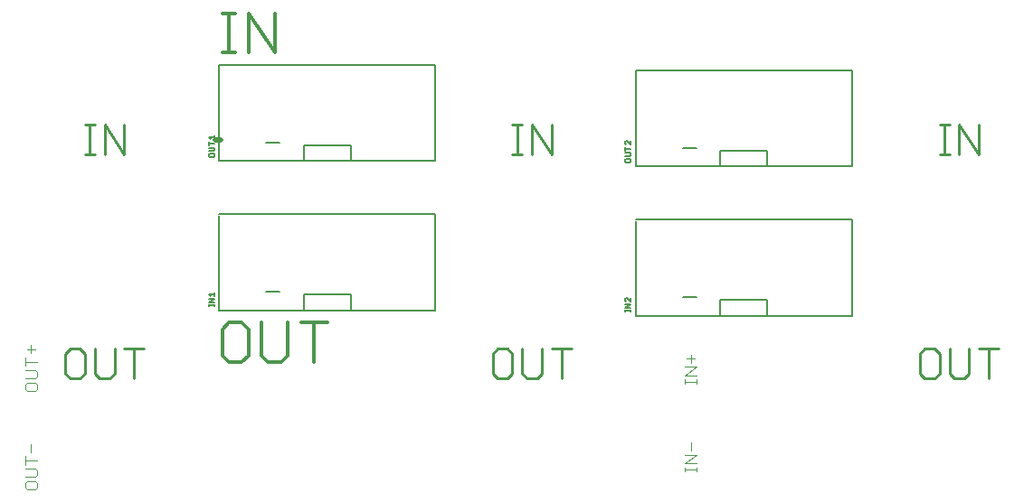
<source format=gto>
G75*
%MOIN*%
%OFA0B0*%
%FSLAX25Y25*%
%IPPOS*%
%LPD*%
%AMOC8*
5,1,8,0,0,1.08239X$1,22.5*
%
%ADD10C,0.01300*%
%ADD11C,0.00900*%
%ADD12C,0.01969*%
%ADD13C,0.00800*%
%ADD14C,0.00500*%
%ADD15C,0.00400*%
D10*
X0111886Y0059178D02*
X0114296Y0056768D01*
X0119116Y0056768D01*
X0121526Y0059178D01*
X0121526Y0068818D01*
X0119116Y0071228D01*
X0114296Y0071228D01*
X0111886Y0068818D01*
X0111886Y0059178D01*
X0126387Y0059178D02*
X0128797Y0056768D01*
X0133617Y0056768D01*
X0136027Y0059178D01*
X0136027Y0071228D01*
X0140887Y0071228D02*
X0150528Y0071228D01*
X0145708Y0071228D02*
X0145708Y0056768D01*
X0126387Y0059178D02*
X0126387Y0071228D01*
X0131194Y0170941D02*
X0131194Y0185402D01*
X0121553Y0185402D02*
X0131194Y0170941D01*
X0121553Y0170941D02*
X0121553Y0185402D01*
X0116706Y0185402D02*
X0111886Y0185402D01*
X0114296Y0185402D02*
X0114296Y0170941D01*
X0111886Y0170941D02*
X0116706Y0170941D01*
D11*
X0075815Y0144260D02*
X0075815Y0133340D01*
X0068535Y0144260D01*
X0068535Y0133340D01*
X0064925Y0133340D02*
X0061285Y0133340D01*
X0063105Y0133340D02*
X0063105Y0144260D01*
X0061285Y0144260D02*
X0064925Y0144260D01*
X0218765Y0144260D02*
X0222405Y0144260D01*
X0220585Y0144260D02*
X0220585Y0133340D01*
X0218765Y0133340D02*
X0222405Y0133340D01*
X0226015Y0133340D02*
X0226015Y0144260D01*
X0233296Y0133340D01*
X0233296Y0144260D01*
X0376245Y0144260D02*
X0379886Y0144260D01*
X0378065Y0144260D02*
X0378065Y0133340D01*
X0376245Y0133340D02*
X0379886Y0133340D01*
X0383496Y0133340D02*
X0383496Y0144260D01*
X0390776Y0133340D01*
X0390776Y0144260D01*
X0390746Y0061583D02*
X0398026Y0061583D01*
X0394386Y0061583D02*
X0394386Y0050663D01*
X0387151Y0052483D02*
X0387151Y0061583D01*
X0379871Y0061583D02*
X0379871Y0052483D01*
X0381691Y0050663D01*
X0385331Y0050663D01*
X0387151Y0052483D01*
X0376275Y0052483D02*
X0374455Y0050663D01*
X0370815Y0050663D01*
X0368995Y0052483D01*
X0368995Y0059763D01*
X0370815Y0061583D01*
X0374455Y0061583D01*
X0376275Y0059763D01*
X0376275Y0052483D01*
X0240546Y0061583D02*
X0233266Y0061583D01*
X0229670Y0061583D02*
X0229670Y0052483D01*
X0227850Y0050663D01*
X0224210Y0050663D01*
X0222390Y0052483D01*
X0222390Y0061583D01*
X0218795Y0059763D02*
X0216975Y0061583D01*
X0213335Y0061583D01*
X0211515Y0059763D01*
X0211515Y0052483D01*
X0213335Y0050663D01*
X0216975Y0050663D01*
X0218795Y0052483D01*
X0218795Y0059763D01*
X0236906Y0061583D02*
X0236906Y0050663D01*
X0083066Y0061583D02*
X0075785Y0061583D01*
X0072190Y0061583D02*
X0072190Y0052483D01*
X0070370Y0050663D01*
X0066730Y0050663D01*
X0064910Y0052483D01*
X0064910Y0061583D01*
X0061315Y0059763D02*
X0059495Y0061583D01*
X0055855Y0061583D01*
X0054034Y0059763D01*
X0054034Y0052483D01*
X0055855Y0050663D01*
X0059495Y0050663D01*
X0061315Y0052483D01*
X0061315Y0059763D01*
X0079425Y0061583D02*
X0079425Y0050663D01*
D12*
X0109268Y0138795D02*
X0111236Y0138795D01*
D13*
X0110843Y0130921D02*
X0110843Y0165961D01*
X0110843Y0166354D02*
X0190370Y0166354D01*
X0190370Y0130921D01*
X0159268Y0130921D01*
X0159268Y0136827D01*
X0141945Y0136827D01*
X0141945Y0130921D01*
X0110843Y0130921D01*
X0128106Y0137713D02*
X0133106Y0137713D01*
X0141945Y0130921D02*
X0159268Y0130921D01*
X0190370Y0111236D02*
X0190370Y0075803D01*
X0159268Y0075803D01*
X0159268Y0081709D01*
X0141945Y0081709D01*
X0141945Y0075803D01*
X0110843Y0075803D01*
X0110843Y0110843D01*
X0110843Y0111236D02*
X0190370Y0111236D01*
X0133106Y0082594D02*
X0128106Y0082594D01*
X0141945Y0075803D02*
X0159268Y0075803D01*
X0264386Y0073835D02*
X0264386Y0108874D01*
X0264386Y0109268D02*
X0343913Y0109268D01*
X0343913Y0073835D01*
X0312811Y0073835D01*
X0312811Y0079740D01*
X0295488Y0079740D01*
X0295488Y0073835D01*
X0264386Y0073835D01*
X0281650Y0080626D02*
X0286650Y0080626D01*
X0295488Y0073835D02*
X0312811Y0073835D01*
X0312811Y0128953D02*
X0295488Y0128953D01*
X0295488Y0134858D01*
X0312811Y0134858D01*
X0312811Y0128953D01*
X0343913Y0128953D01*
X0343913Y0164386D01*
X0264386Y0164386D01*
X0264386Y0163992D02*
X0264386Y0128953D01*
X0295488Y0128953D01*
X0286650Y0135744D02*
X0281650Y0135744D01*
D14*
X0262400Y0135473D02*
X0260498Y0135473D01*
X0260498Y0134839D02*
X0260498Y0136107D01*
X0260815Y0137049D02*
X0260498Y0137366D01*
X0260498Y0138000D01*
X0260815Y0138317D01*
X0261132Y0138317D01*
X0262400Y0137049D01*
X0262400Y0138317D01*
X0262083Y0133897D02*
X0260498Y0133897D01*
X0260498Y0132629D02*
X0262083Y0132629D01*
X0262400Y0132946D01*
X0262400Y0133580D01*
X0262083Y0133897D01*
X0262083Y0131687D02*
X0260815Y0131687D01*
X0260498Y0131370D01*
X0260498Y0130736D01*
X0260815Y0130419D01*
X0262083Y0130419D01*
X0262400Y0130736D01*
X0262400Y0131370D01*
X0262083Y0131687D01*
X0262400Y0080252D02*
X0262400Y0078984D01*
X0261132Y0080252D01*
X0260815Y0080252D01*
X0260498Y0079935D01*
X0260498Y0079301D01*
X0260815Y0078984D01*
X0260498Y0078042D02*
X0262400Y0078042D01*
X0260498Y0076774D01*
X0262400Y0076774D01*
X0262400Y0075935D02*
X0262400Y0075301D01*
X0262400Y0075618D02*
X0260498Y0075618D01*
X0260498Y0075301D02*
X0260498Y0075935D01*
X0108856Y0077270D02*
X0108856Y0077904D01*
X0108856Y0077587D02*
X0106955Y0077587D01*
X0106955Y0077270D02*
X0106955Y0077904D01*
X0106955Y0078743D02*
X0108856Y0080011D01*
X0106955Y0080011D01*
X0107589Y0080953D02*
X0106955Y0081587D01*
X0108856Y0081587D01*
X0108856Y0080953D02*
X0108856Y0082221D01*
X0108856Y0078743D02*
X0106955Y0078743D01*
X0107272Y0132388D02*
X0108539Y0132388D01*
X0108856Y0132705D01*
X0108856Y0133339D01*
X0108539Y0133656D01*
X0107272Y0133656D01*
X0106955Y0133339D01*
X0106955Y0132705D01*
X0107272Y0132388D01*
X0106955Y0134598D02*
X0108539Y0134598D01*
X0108856Y0134915D01*
X0108856Y0135548D01*
X0108539Y0135865D01*
X0106955Y0135865D01*
X0106955Y0136808D02*
X0106955Y0138075D01*
X0106955Y0137441D02*
X0108856Y0137441D01*
X0108856Y0139017D02*
X0108856Y0140285D01*
X0108856Y0139651D02*
X0106955Y0139651D01*
X0107589Y0139017D01*
D15*
X0039203Y0010437D02*
X0039970Y0009669D01*
X0043040Y0009669D01*
X0043807Y0010437D01*
X0043807Y0011971D01*
X0043040Y0012739D01*
X0039970Y0012739D01*
X0039203Y0011971D01*
X0039203Y0010437D01*
X0039203Y0014273D02*
X0043040Y0014273D01*
X0043807Y0015041D01*
X0043807Y0016575D01*
X0043040Y0017343D01*
X0039203Y0017343D01*
X0039203Y0018877D02*
X0039203Y0021946D01*
X0039203Y0020412D02*
X0043807Y0020412D01*
X0041505Y0023481D02*
X0041505Y0026550D01*
X0039970Y0046087D02*
X0043040Y0046087D01*
X0043807Y0046854D01*
X0043807Y0048389D01*
X0043040Y0049156D01*
X0039970Y0049156D01*
X0039203Y0048389D01*
X0039203Y0046854D01*
X0039970Y0046087D01*
X0039203Y0050691D02*
X0043040Y0050691D01*
X0043807Y0051458D01*
X0043807Y0052993D01*
X0043040Y0053760D01*
X0039203Y0053760D01*
X0039203Y0055294D02*
X0039203Y0058364D01*
X0039203Y0056829D02*
X0043807Y0056829D01*
X0041505Y0059898D02*
X0041505Y0062968D01*
X0039970Y0061433D02*
X0043040Y0061433D01*
X0282235Y0054893D02*
X0286839Y0054893D01*
X0282235Y0051824D01*
X0286839Y0051824D01*
X0286839Y0050289D02*
X0286839Y0048754D01*
X0286839Y0049522D02*
X0282235Y0049522D01*
X0282235Y0050289D02*
X0282235Y0048754D01*
X0284537Y0056428D02*
X0284537Y0059497D01*
X0283002Y0057962D02*
X0286071Y0057962D01*
X0284537Y0027016D02*
X0284537Y0023947D01*
X0286839Y0022413D02*
X0282235Y0022413D01*
X0282235Y0019343D02*
X0286839Y0022413D01*
X0286839Y0019343D02*
X0282235Y0019343D01*
X0282235Y0017809D02*
X0282235Y0016274D01*
X0282235Y0017041D02*
X0286839Y0017041D01*
X0286839Y0016274D02*
X0286839Y0017809D01*
M02*

</source>
